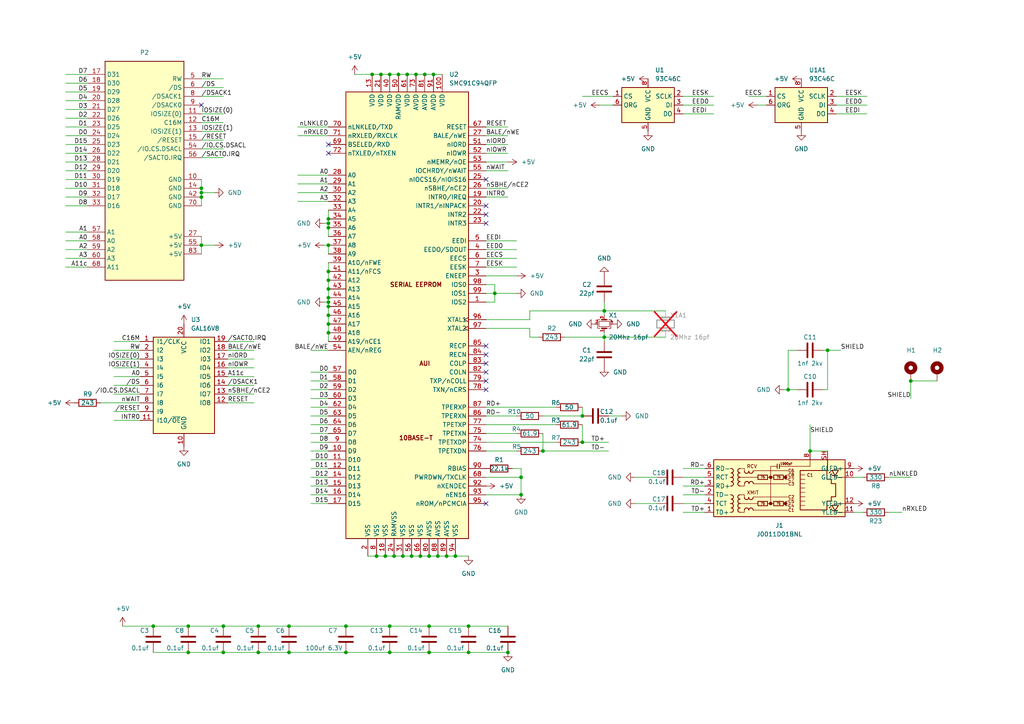
<source format=kicad_sch>
(kicad_sch (version 20231120) (generator "eeschema") (generator_version "8.0")
  (paper "A4")
  (lib_symbols
    (symbol "Device:C" (pin_numbers hide) (pin_names (offset 0.254))
      (property "Reference" "C" (at 0.635 2.54 0))
      (property "Value" "C" (at 0.635 -2.54 0))
      (symbol "C_1_1"
        (pin passive line (at 0 3.81 270) (length 2.794) (name "~") (number "1"))
        (pin passive line (at 0 -3.81 90) (length 2.794) (name "~") (number "2"))
      )
    )
    (symbol "Device:Crystal" (pin_numbers hide) (pin_names (offset 1.016) hide)
      (property "Reference" "Y" (at 0 3.81 0))
      (property "Value" "Crystal" (at 0 -3.81 0))
      (symbol "Crystal_1_1"
        (pin passive line (at -3.81 0 0) (length 1.27) (name "1") (number "1"))
        (pin passive line (at 3.81 0 180) (length 1.27) (name "2") (number "2"))
      )
    )
    (symbol "Device:Crystal_GND24_Small" (pin_names (offset 1.016) hide)
      (property "Reference" "Y" (at 1.27 4.445 0))
      (property "Value" "Crystal_GND24_Small" (at 1.27 2.54 0))
      (symbol "Crystal_GND24_Small_1_1"
        (pin passive line (at -2.54 0 0) (length 1.27) (name "1") (number "1"))
        (pin passive line (at 0 -2.54 90) (length 0.635) (name "2") (number "2"))
        (pin passive line (at 2.54 0 180) (length 1.27) (name "3") (number "3"))
        (pin passive line (at 0 2.54 270) (length 0.635) (name "4") (number "4"))
      )
    )
    (symbol "Device:R" (pin_numbers hide) (pin_names (offset 0))
      (property "Reference" "R" (at 2.032 0 90))
      (property "Value" "R" (at 0 0 90))
      (symbol "R_1_1"
        (pin passive line (at 0 3.81 270) (length 1.27) (name "~") (number "1"))
        (pin passive line (at 0 -3.81 90) (length 1.27) (name "~") (number "2"))
      )
    )
    (symbol "Logic_Programmable:GAL16V8" (pin_names (offset 1.016))
      (property "Reference" "U" (at -8.89 16.51 0))
      (property "Value" "GAL16V8" (at 1.27 16.51 0))
      (symbol "GAL16V8_0_0"
        (pin power_in line (at 0 -17.78 90) (length 3.81) (name "GND") (number "10"))
        (pin power_in line (at 0 17.78 270) (length 3.81) (name "VCC") (number "20"))
      )
      (symbol "GAL16V8_1_1"
        (pin input line (at -12.7 12.7 0) (length 3.81) (name "I1/CLK") (number "1"))
        (pin input line (at -12.7 -10.16 0) (length 3.81) (name "I10/~{OE}") (number "11"))
        (pin tri_state line (at 12.7 -5.08 180) (length 3.81) (name "IO8") (number "12"))
        (pin tri_state line (at 12.7 -2.54 180) (length 3.81) (name "IO7") (number "13"))
        (pin tri_state line (at 12.7 0 180) (length 3.81) (name "IO6") (number "14"))
        (pin tri_state line (at 12.7 2.54 180) (length 3.81) (name "IO5") (number "15"))
        (pin tri_state line (at 12.7 5.08 180) (length 3.81) (name "IO4") (number "16"))
        (pin tri_state line (at 12.7 7.62 180) (length 3.81) (name "I03") (number "17"))
        (pin tri_state line (at 12.7 10.16 180) (length 3.81) (name "IO2") (number "18"))
        (pin tri_state line (at 12.7 12.7 180) (length 3.81) (name "IO1") (number "19"))
        (pin input line (at -12.7 10.16 0) (length 3.81) (name "I2") (number "2"))
        (pin input line (at -12.7 7.62 0) (length 3.81) (name "I3") (number "3"))
        (pin input line (at -12.7 5.08 0) (length 3.81) (name "I4") (number "4"))
        (pin input line (at -12.7 2.54 0) (length 3.81) (name "I5") (number "5"))
        (pin input line (at -12.7 0 0) (length 3.81) (name "I6") (number "6"))
        (pin input line (at -12.7 -2.54 0) (length 3.81) (name "I7") (number "7"))
        (pin input line (at -12.7 -5.08 0) (length 3.81) (name "I8") (number "8"))
        (pin input line (at -12.7 -7.62 0) (length 3.81) (name "I9") (number "9"))
      )
    )
    (symbol "Mechanical:MountingHole_Pad" (pin_numbers hide) (pin_names (offset 1.016) hide)
      (property "Reference" "H" (at 0 6.35 0))
      (property "Value" "MountingHole_Pad" (at 0 4.445 0))
      (symbol "MountingHole_Pad_1_1"
        (pin input line (at 0 -2.54 90) (length 2.54) (name "1") (number "1"))
      )
    )
    (symbol "Memory_EEPROM:93CxxC"
      (property "Reference" "U" (at -7.62 6.35 0))
      (property "Value" "93CxxC" (at 2.54 -6.35 0))
      (symbol "93CxxC_1_1"
        (pin input line (at -10.16 2.54 0) (length 2.54) (name "CS") (number "1"))
        (pin input line (at 10.16 2.54 180) (length 2.54) (name "SCLK") (number "2"))
        (pin input line (at 10.16 0 180) (length 2.54) (name "DI") (number "3"))
        (pin tri_state line (at 10.16 -2.54 180) (length 2.54) (name "DO") (number "4"))
        (pin power_in line (at 0 -7.62 90) (length 2.54) (name "GND") (number "5"))
        (pin input line (at -10.16 0 0) (length 2.54) (name "ORG") (number "6"))
        (pin no_connect line (at -7.62 -2.54 0) (length 2.54) hide (name "NC") (number "7"))
        (pin power_in line (at 0 7.62 270) (length 2.54) (name "VCC") (number "8"))
      )
    )
    (symbol "alxlab:Farallon_EtherMac_LC_Comm_Card_BUS_Apple_Macintosh_Comm_Slot_I"
      (symbol "Farallon_EtherMac_LC_Comm_Card_BUS_Apple_Macintosh_Comm_Slot_I_1_1"
        (pin power_out line (at 16.51 -2.54 180) (length 5.08) (name "GND") (number "10"))
        (pin bidirectional line (at 16.51 16.51 180) (length 5.08) (name "IOSIZE(0)") (number "11"))
        (pin bidirectional line (at 16.51 13.97 180) (length 5.08) (name "C16M") (number "12"))
        (pin bidirectional line (at 16.51 11.43 180) (length 5.08) (name "IOSIZE(1)") (number "13"))
        (pin power_out line (at 16.51 -5.08 180) (length 5.08) (name "GND") (number "14"))
        (pin bidirectional line (at 16.51 8.89 180) (length 5.08) (name "/RESET") (number "15"))
        (pin bidirectional line (at -16.51 27.94 0) (length 5.08) (name "D31") (number "17"))
        (pin bidirectional line (at -16.51 25.4 0) (length 5.08) (name "D30") (number "18"))
        (pin bidirectional line (at -16.51 22.86 0) (length 5.08) (name "D29") (number "19"))
        (pin bidirectional line (at -16.51 20.32 0) (length 5.08) (name "D28") (number "20"))
        (pin bidirectional line (at -16.51 17.78 0) (length 5.08) (name "D27") (number "21"))
        (pin bidirectional line (at -16.51 15.24 0) (length 5.08) (name "D26") (number "22"))
        (pin bidirectional line (at -16.51 12.7 0) (length 5.08) (name "D25") (number "23"))
        (pin bidirectional line (at -16.51 10.16 0) (length 5.08) (name "D24") (number "24"))
        (pin bidirectional line (at -16.51 7.62 0) (length 5.08) (name "D23") (number "25"))
        (pin bidirectional line (at -16.51 5.08 0) (length 5.08) (name "D22") (number "26"))
        (pin power_in line (at 16.51 -19.05 180) (length 5.08) (name "+5V") (number "27"))
        (pin bidirectional line (at -16.51 2.54 0) (length 5.08) (name "D21") (number "28"))
        (pin bidirectional line (at -16.51 0 0) (length 5.08) (name "D20") (number "29"))
        (pin bidirectional line (at -16.51 -2.54 0) (length 5.08) (name "D19") (number "30"))
        (pin bidirectional line (at -16.51 -5.08 0) (length 5.08) (name "D18") (number "31"))
        (pin bidirectional line (at -16.51 -7.62 0) (length 5.08) (name "D17") (number "32"))
        (pin bidirectional line (at -16.51 -10.16 0) (length 5.08) (name "D16") (number "33"))
        (pin power_out line (at 16.51 -7.62 180) (length 5.08) (name "GND") (number "42"))
        (pin bidirectional line (at 16.51 26.67 180) (length 5.08) (name "RW") (number "5"))
        (pin bidirectional line (at 16.51 6.35 180) (length 5.08) (name "/IO.CS.DSACL") (number "54"))
        (pin power_out line (at 16.51 -21.59 180) (length 5.08) (name "+5V") (number "55"))
        (pin bidirectional line (at 16.51 3.81 180) (length 5.08) (name "/SACTO.IRQ") (number "56"))
        (pin bidirectional line (at -16.51 -17.78 0) (length 5.08) (name "A1") (number "57"))
        (pin bidirectional line (at -16.51 -20.32 0) (length 5.08) (name "A0") (number "58"))
        (pin bidirectional line (at -16.51 -22.86 0) (length 5.08) (name "A2") (number "59"))
        (pin bidirectional line (at 16.51 24.13 180) (length 5.08) (name "/DS") (number "6"))
        (pin bidirectional line (at -16.51 -25.4 0) (length 5.08) (name "A3") (number "60"))
        (pin bidirectional line (at -16.51 -27.94 0) (length 5.08) (name "A11") (number "68"))
        (pin power_out line (at 16.51 -10.16 180) (length 5.08) (name "GND") (number "70"))
        (pin bidirectional line (at 16.51 21.59 180) (length 5.08) (name "/DSACK1") (number "8"))
        (pin power_out line (at 16.51 -24.13 180) (length 5.08) (name "+5V") (number "83"))
        (pin bidirectional line (at 16.51 19.05 180) (length 5.08) (name "/DSACK0") (number "9"))
      )
    )
    (symbol "alxlab:RJ45_Pulse_J0011D21xNL"
      (property "Reference" "J1" (at 0 10.16 0))
      (property "Value" "J0011D01BNL" (at 0 12.7 0))
      (symbol "RJ45_Pulse_J0011D21xNL_0_0"
        (text "C1" (at 3.429 5.715 0) (effects (font (size 0.889 0.889))))
        (text "C1" (at 8.89 -4.445 0) (effects (font (size 0.889 0.889))))
        (text "C2" (at 3.429 1.905 0) (effects (font (size 0.889 0.889))))
        (text "C3" (at 3.429 -1.905 0) (effects (font (size 0.889 0.889))))
        (text "C4" (at 3.429 4.445 0) (effects (font (size 0.889 0.889))))
        (text "C5" (at 3.429 3.175 0) (effects (font (size 0.889 0.889))))
        (text "C6" (at 3.429 -5.715 0) (effects (font (size 0.889 0.889))))
        (text "C7" (at 3.429 -3.175 0) (effects (font (size 0.889 0.889))))
        (text "C8" (at 3.429 -4.445 0) (effects (font (size 0.889 0.889))))
        (text "RCV" (at -9.525 -6.985 0) (effects (font (size 1.016 1.016)) (justify left)))
        (text "XMIT" (at -9.525 0.635 0) (effects (font (size 1.016 1.016)) (justify left)))
      )
      (symbol "RJ45_Pulse_J0011D21xNL_1_0"
        (text "1000pF" (at 2.032 -7.747 0) (effects (font (size 0.635 0.635))))
      )
      (symbol "RJ45_Pulse_J0011D21xNL_1_1"
        (text "75" (at -4.826 -3.81 0) (effects (font (size 0.635 0.635))))
        (text "75" (at -4.826 3.81 0) (effects (font (size 0.635 0.635))))
        (text "75" (at -0.254 -3.81 0) (effects (font (size 0.635 0.635))))
        (text "75" (at -0.254 3.81 0) (effects (font (size 0.635 0.635))))
        (pin passive line (at -21.59 6.35 0) (length 2.54) (name "TD+") (number "1"))
        (pin passive line (at 21.59 -3.81 180) (length 2.54) (name "GLED-") (number "10"))
        (pin passive line (at 21.59 6.35 180) (length 2.54) (name "YLED-") (number "11"))
        (pin passive line (at 21.59 3.81 180) (length 2.54) (name "YLED+") (number "12"))
        (pin passive line (at -21.59 1.27 0) (length 2.54) (name "TD-") (number "2"))
        (pin passive line (at -21.59 -1.27 0) (length 2.54) (name "RD+") (number "3"))
        (pin passive line (at -21.59 3.81 0) (length 2.54) (name "TCT") (number "4"))
        (pin passive line (at -21.59 -3.81 0) (length 2.54) (name "RCT") (number "5"))
        (pin passive line (at -21.59 -6.35 0) (length 2.54) (name "RD-") (number "6"))
        (pin no_connect line (at 19.05 -1.27 0) (length 0) hide (name "NC") (number "7"))
        (pin power_in line (at 8.89 -11.43 90) (length 2.54) (name "") (number "8"))
        (pin passive line (at 21.59 -6.35 180) (length 2.54) (name "GLED+") (number "9"))
        (pin passive line (at 13.97 -11.43 90) (length 2.54) (name "") (number "SH"))
      )
    )
    (symbol "alxlab:SMC91C94QFP"
      (property "Reference" "U" (at -17.78 64.77 0))
      (property "Value" "SMC91C94QFP" (at 12.7 64.77 0))
      (symbol "SMC91C94QFP_0_0"
        (text "10BASE-T" (at 2.54 -36.83 0) (effects (font (size 1.27 1.27) (bold yes))))
        (text "AUI" (at 5.08 -15.24 0) (effects (font (size 1.27 1.27) (bold yes))))
        (text "SERIAL EEPROM" (at 2.54 7.62 0) (effects (font (size 1.27 1.27) (bold yes))))
      )
      (symbol "SMC91C94QFP_1_1"
        (pin input line (at 22.86 2.54 180) (length 5.08) (name "IOS2") (number "1"))
        (pin bidirectional line (at -22.86 -40.64 0) (length 5.08) (name "D9") (number "10"))
        (pin power_in line (at 10.16 68.58 270) (length 5.08) (name "VDD") (number "100"))
        (pin bidirectional line (at -22.86 -43.18 0) (length 5.08) (name "D10") (number "11"))
        (pin bidirectional line (at -22.86 -45.72 0) (length 5.08) (name "D11") (number "12"))
        (pin power_in line (at -10.16 68.58 270) (length 5.08) (name "VDD") (number "13"))
        (pin bidirectional line (at -22.86 -48.26 0) (length 5.08) (name "D12") (number "14"))
        (pin bidirectional line (at -22.86 -50.8 0) (length 5.08) (name "D13") (number "15"))
        (pin bidirectional line (at -22.86 -53.34 0) (length 5.08) (name "D14") (number "16"))
        (pin bidirectional line (at -22.86 -55.88 0) (length 5.08) (name "D15") (number "17"))
        (pin power_in line (at -6.35 -71.12 90) (length 5.08) (name "VSS") (number "18"))
        (pin output line (at 22.86 33.02 180) (length 5.08) (name "INTR0/IREQ") (number "19"))
        (pin power_in line (at -11.43 -71.12 90) (length 5.08) (name "VSS") (number "2"))
        (pin output line (at 22.86 30.48 180) (length 5.08) (name "INTR1/nINPACK") (number "20"))
        (pin power_in line (at -7.62 68.58 270) (length 5.08) (name "VDD") (number "21"))
        (pin output line (at 22.86 27.94 180) (length 5.08) (name "INTR2") (number "22"))
        (pin output line (at 22.86 25.4 180) (length 5.08) (name "INTR3") (number "23"))
        (pin power_in line (at -3.81 -71.12 90) (length 5.08) (name "RAMVSS") (number "24"))
        (pin output line (at 22.86 38.1 180) (length 5.08) (name "nIOCS16/nIOIS16") (number "25"))
        (pin input line (at 22.86 35.56 180) (length 5.08) (name "nSBHE/nCE2") (number "26"))
        (pin input line (at 22.86 50.8 180) (length 5.08) (name "BALE/nWE") (number "27"))
        (pin input line (at -22.86 39.37 0) (length 5.08) (name "A0") (number "28"))
        (pin input line (at -22.86 36.83 0) (length 5.08) (name "A1") (number "29"))
        (pin input line (at 22.86 10.16 180) (length 5.08) (name "ENEEP") (number "3"))
        (pin input line (at -22.86 34.29 0) (length 5.08) (name "A2") (number "30"))
        (pin power_in line (at -1.27 -71.12 90) (length 5.08) (name "VSS") (number "31"))
        (pin input line (at -22.86 31.75 0) (length 5.08) (name "A3") (number "32"))
        (pin input line (at -22.86 29.21 0) (length 5.08) (name "A4") (number "33"))
        (pin input line (at -22.86 26.67 0) (length 5.08) (name "A5") (number "34"))
        (pin input line (at -22.86 24.13 0) (length 5.08) (name "A6") (number "35"))
        (pin input line (at -22.86 21.59 0) (length 5.08) (name "A7") (number "36"))
        (pin input line (at -22.86 19.05 0) (length 5.08) (name "A8") (number "37"))
        (pin input line (at -22.86 16.51 0) (length 5.08) (name "A9") (number "38"))
        (pin bidirectional line (at -22.86 13.97 0) (length 5.08) (name "A10/nFWE") (number "39"))
        (pin output line (at 22.86 17.78 180) (length 5.08) (name "EEDO/SDOUT") (number "4"))
        (pin power_in line (at -5.08 68.58 270) (length 5.08) (name "VDD") (number "40"))
        (pin bidirectional line (at -22.86 11.43 0) (length 5.08) (name "A11/nFCS") (number "41"))
        (pin input line (at -22.86 8.89 0) (length 5.08) (name "A12") (number "42"))
        (pin input line (at -22.86 6.35 0) (length 5.08) (name "A13") (number "43"))
        (pin input line (at -22.86 3.81 0) (length 5.08) (name "A14") (number "44"))
        (pin input line (at -22.86 1.27 0) (length 5.08) (name "A15") (number "45"))
        (pin input line (at -22.86 -1.27 0) (length 5.08) (name "A16") (number "46"))
        (pin input line (at -22.86 -3.81 0) (length 5.08) (name "A17") (number "47"))
        (pin input line (at -22.86 -6.35 0) (length 5.08) (name "A18") (number "48"))
        (pin input line (at -22.86 -8.89 0) (length 5.08) (name "A19/nCE1") (number "49"))
        (pin input line (at 22.86 20.32 180) (length 5.08) (name "EEDI") (number "5"))
        (pin power_in line (at -2.54 68.58 270) (length 5.08) (name "RAMVDD") (number "50"))
        (pin input line (at 22.86 48.26 180) (length 5.08) (name "nIORD") (number "51"))
        (pin input line (at 22.86 45.72 180) (length 5.08) (name "nIOWR") (number "52"))
        (pin input line (at 22.86 43.18 180) (length 5.08) (name "nMEMR/nOE") (number "53"))
        (pin input line (at -22.86 -11.43 0) (length 5.08) (name "AEN/nREG") (number "54"))
        (pin output line (at 22.86 40.64 180) (length 5.08) (name "IOCHRDY/nWAIT") (number "55"))
        (pin power_in line (at 1.27 -71.12 90) (length 5.08) (name "VSS") (number "56"))
        (pin bidirectional line (at -22.86 -17.78 0) (length 5.08) (name "D0") (number "57"))
        (pin bidirectional line (at -22.86 -20.32 0) (length 5.08) (name "D1") (number "58"))
        (pin bidirectional line (at -22.86 -22.86 0) (length 5.08) (name "D2") (number "59"))
        (pin output line (at 22.86 15.24 180) (length 5.08) (name "EECS") (number "6"))
        (pin bidirectional line (at -22.86 -25.4 0) (length 5.08) (name "D3") (number "60"))
        (pin power_in line (at 0 68.58 270) (length 5.08) (name "VDD") (number "61"))
        (pin bidirectional line (at -22.86 -27.94 0) (length 5.08) (name "D4") (number "62"))
        (pin bidirectional line (at -22.86 -30.48 0) (length 5.08) (name "D5") (number "63"))
        (pin bidirectional line (at -22.86 -33.02 0) (length 5.08) (name "D6") (number "64"))
        (pin bidirectional line (at -22.86 -35.56 0) (length 5.08) (name "D7") (number "65"))
        (pin power_in line (at 3.81 -71.12 90) (length 5.08) (name "VSS") (number "66"))
        (pin input line (at 22.86 53.34 180) (length 5.08) (name "RESET") (number "67"))
        (pin input line (at 22.86 -48.26 180) (length 5.08) (name "PWRDWN/TXCLK") (number "68"))
        (pin bidirectional line (at -22.86 48.26 0) (length 5.08) (name "BSELED/RXD") (number "69"))
        (pin output line (at 22.86 12.7 180) (length 5.08) (name "EESK") (number "7"))
        (pin output line (at -22.86 53.34 0) (length 5.08) (name "nLNKLED/TXD") (number "70"))
        (pin bidirectional line (at -22.86 50.8 0) (length 5.08) (name "nRXLED/RXCLK") (number "71"))
        (pin output line (at -22.86 45.72 0) (length 5.08) (name "nTXLED/nTXEN") (number "72"))
        (pin power_in line (at 2.54 68.58 270) (length 5.08) (name "AVDD") (number "73"))
        (pin output line (at 22.86 -38.1 180) (length 5.08) (name "TPETXDP") (number "74"))
        (pin output line (at 22.86 -35.56 180) (length 5.08) (name "TPETXN") (number "75"))
        (pin output line (at 22.86 -40.64 180) (length 5.08) (name "TPETXDN") (number "76"))
        (pin output line (at 22.86 -33.02 180) (length 5.08) (name "TPETXP") (number "77"))
        (pin bidirectional line (at 22.86 -22.86 180) (length 5.08) (name "TXN/nCRS") (number "78"))
        (pin bidirectional line (at 22.86 -20.32 180) (length 5.08) (name "TXP/nCOLL") (number "79"))
        (pin power_in line (at -8.89 -71.12 90) (length 5.08) (name "VSS") (number "8"))
        (pin power_in line (at 6.35 -71.12 90) (length 5.08) (name "AVSS") (number "80"))
        (pin power_in line (at 5.08 68.58 270) (length 5.08) (name "AVDD") (number "81"))
        (pin input line (at 22.86 -17.78 180) (length 5.08) (name "COLN") (number "82"))
        (pin input line (at 22.86 -15.24 180) (length 5.08) (name "COLP") (number "83"))
        (pin input line (at 22.86 -12.7 180) (length 5.08) (name "RECN") (number "84"))
        (pin input line (at 22.86 -10.16 180) (length 5.08) (name "RECP") (number "85"))
        (pin input line (at 22.86 -30.48 180) (length 5.08) (name "TPERXN") (number "86"))
        (pin input line (at 22.86 -27.94 180) (length 5.08) (name "TPERXP") (number "87"))
        (pin bidirectional line (at 8.89 -71.12 90) (length 5.08) (name "AVSS") (number "88"))
        (pin power_in line (at 11.43 -71.12 90) (length 5.08) (name "AVSS") (number "89"))
        (pin bidirectional line (at -22.86 -38.1 0) (length 5.08) (name "D8") (number "9"))
        (pin power_in line (at 22.86 -45.72 180) (length 5.08) (name "RBIAS") (number "90"))
        (pin power_in line (at 7.62 68.58 270) (length 5.08) (name "AVDD") (number "91"))
        (pin input line (at 22.86 -50.8 180) (length 5.08) (name "nXENDEC") (number "92"))
        (pin input line (at 22.86 -53.34 180) (length 5.08) (name "nEN16") (number "93"))
        (pin power_in line (at 13.97 -71.12 90) (length 5.08) (name "VSS") (number "94"))
        (pin bidirectional line (at 22.86 -55.88 180) (length 5.08) (name "nROM/nPCMCIA") (number "95"))
        (pin input clock (at 22.86 -2.54 180) (length 5.08) (name "XTAL1") (number "96"))
        (pin input clock (at 22.86 -5.08 180) (length 5.08) (name "XTAL2") (number "97"))
        (pin input line (at 22.86 7.62 180) (length 5.08) (name "IOS0") (number "98"))
        (pin input line (at 22.86 5.08 180) (length 5.08) (name "IOS1") (number "99"))
      )
    )
    (symbol "power:+5V" (power) (pin_names (offset 0))
      (property "Value" "+5V" (at 0 3.556 0))
      (symbol "+5V_1_1"
        (pin power_in line (at 0 0 90) (length 0) hide (name "+5V") (number "1"))
      )
    )
    (symbol "power:GND" (power) (pin_names (offset 0))
      (property "Value" "GND" (at 0 -3.81 0))
      (symbol "GND_1_1"
        (pin power_in line (at 0 0 270) (length 0) hide (name "GND") (number "1"))
      )
    )
  )
  (junction (at 132.08 161.29))
  (junction (at 95.25 71.12))
  (junction (at 157.48 130.81))
  (junction (at 95.25 78.74))
  (junction (at 129.54 161.29))
  (junction (at 135.89 181.61))
  (junction (at 95.25 66.04))
  (junction (at 95.25 86.36))
  (junction (at 111.76 161.29))
  (junction (at 107.95 21.59))
  (junction (at 44.45 181.61))
  (junction (at 54.61 189.23))
  (junction (at 127 161.29))
  (junction (at 124.46 189.23))
  (junction (at 115.57 21.59))
  (junction (at 264.16 110.49))
  (junction (at 135.89 189.23))
  (junction (at 116.84 161.29))
  (junction (at 175.26 97.79))
  (junction (at 83.82 181.61))
  (junction (at 95.25 64.77))
  (junction (at 168.91 120.65))
  (junction (at 118.11 21.59))
  (junction (at 109.22 161.29))
  (junction (at 240.03 101.6))
  (junction (at 58.42 55.88))
  (junction (at 175.26 90.17))
  (junction (at 114.3 161.29))
  (junction (at 95.25 96.52))
  (junction (at 95.25 87.63))
  (junction (at 58.42 57.15))
  (junction (at 110.49 21.59))
  (junction (at 100.33 181.61))
  (junction (at 234.95 130.81))
  (junction (at 58.42 54.61))
  (junction (at 64.77 189.23))
  (junction (at 151.13 138.43))
  (junction (at 124.46 181.61))
  (junction (at 95.25 91.44))
  (junction (at 125.73 21.59))
  (junction (at 120.65 21.59))
  (junction (at 95.25 83.82))
  (junction (at 95.25 81.28))
  (junction (at 143.51 85.09))
  (junction (at 95.25 93.98))
  (junction (at 64.77 181.61))
  (junction (at 113.03 21.59))
  (junction (at 83.82 189.23))
  (junction (at 100.33 189.23))
  (junction (at 95.25 63.5))
  (junction (at 74.93 189.23))
  (junction (at 95.25 88.9))
  (junction (at 54.61 181.61))
  (junction (at 74.93 181.61))
  (junction (at 119.38 161.29))
  (junction (at 123.19 21.59))
  (junction (at 124.46 161.29))
  (junction (at 151.13 143.51))
  (junction (at 228.6 113.03))
  (junction (at 113.03 181.61))
  (junction (at 113.03 189.23))
  (junction (at 121.92 161.29))
  (junction (at 58.42 71.12))
  (junction (at 147.32 189.23))
  (junction (at 168.91 128.27))
  (no_connect (at 140.97 100.33))
  (no_connect (at 140.97 110.49))
  (no_connect (at 140.97 102.87))
  (no_connect (at 140.97 59.69))
  (no_connect (at 140.97 113.03))
  (no_connect (at 140.97 105.41))
  (no_connect (at 58.42 30.48))
  (no_connect (at 95.25 41.91))
  (no_connect (at 140.97 64.77))
  (no_connect (at 140.97 107.95))
  (no_connect (at 140.97 146.05))
  (no_connect (at 95.25 44.45))
  (no_connect (at 140.97 62.23))
  (no_connect (at 140.97 52.07))
  (wire (pts (xy 115.57 21.59) (xy 118.11 21.59)))
  (wire (pts (xy 143.51 85.09) (xy 140.97 85.09)))
  (wire (pts (xy 156.21 97.79) (xy 153.67 97.79)))
  (wire (pts (xy 19.05 36.83) (xy 25.4 36.83)))
  (wire (pts (xy 153.67 97.79) (xy 153.67 95.25)))
  (wire (pts (xy 40.64 116.84) (xy 29.21 116.84)))
  (wire (pts (xy 86.36 55.88) (xy 95.25 55.88)))
  (wire (pts (xy 95.25 87.63) (xy 95.25 88.9)))
  (wire (pts (xy 100.33 181.61) (xy 113.03 181.61)))
  (wire (pts (xy 198.12 33.02) (xy 207.01 33.02)))
  (wire (pts (xy 153.67 92.71) (xy 140.97 92.71)))
  (wire (pts (xy 198.12 30.48) (xy 207.01 30.48)))
  (wire (pts (xy 95.25 66.04) (xy 95.25 68.58)))
  (wire (pts (xy 44.45 181.61) (xy 54.61 181.61)))
  (wire (pts (xy 95.25 86.36) (xy 95.25 87.63)))
  (wire (pts (xy 140.97 87.63) (xy 143.51 87.63)))
  (wire (pts (xy 86.36 53.34) (xy 95.25 53.34)))
  (wire (pts (xy 90.17 133.35) (xy 95.25 133.35)))
  (wire (pts (xy 124.46 161.29) (xy 127 161.29)))
  (wire (pts (xy 58.42 55.88) (xy 62.23 55.88)))
  (wire (pts (xy 95.25 73.66) (xy 95.25 71.12)))
  (wire (pts (xy 198.12 143.51) (xy 204.47 143.51)))
  (wire (pts (xy 19.05 69.85) (xy 25.4 69.85)))
  (wire (pts (xy 157.48 125.73) (xy 157.48 130.81)))
  (wire (pts (xy 35.56 181.61) (xy 44.45 181.61)))
  (wire (pts (xy 90.17 138.43) (xy 95.25 138.43)))
  (wire (pts (xy 58.42 33.02) (xy 64.77 33.02)))
  (wire (pts (xy 95.25 88.9) (xy 95.25 91.44)))
  (wire (pts (xy 33.02 101.6) (xy 40.64 101.6)))
  (wire (pts (xy 66.04 114.3) (xy 73.66 114.3)))
  (wire (pts (xy 153.67 95.25) (xy 140.97 95.25)))
  (wire (pts (xy 113.03 181.61) (xy 124.46 181.61)))
  (wire (pts (xy 114.3 161.29) (xy 116.84 161.29)))
  (wire (pts (xy 66.04 106.68) (xy 73.66 106.68)))
  (wire (pts (xy 66.04 109.22) (xy 73.66 109.22)))
  (wire (pts (xy 58.42 71.12) (xy 62.23 71.12)))
  (wire (pts (xy 140.97 123.19) (xy 161.29 123.19)))
  (wire (pts (xy 113.03 21.59) (xy 115.57 21.59)))
  (wire (pts (xy 86.36 39.37) (xy 95.25 39.37)))
  (wire (pts (xy 64.77 27.94) (xy 58.42 27.94)))
  (wire (pts (xy 111.76 161.29) (xy 114.3 161.29)))
  (wire (pts (xy 33.02 106.68) (xy 40.64 106.68)))
  (wire (pts (xy 132.08 161.29) (xy 135.89 161.29)))
  (wire (pts (xy 140.97 82.55) (xy 143.51 82.55)))
  (wire (pts (xy 175.26 97.79) (xy 193.04 97.79)))
  (wire (pts (xy 140.97 77.47) (xy 149.86 77.47)))
  (wire (pts (xy 140.97 80.01) (xy 149.86 80.01)))
  (wire (pts (xy 140.97 36.83) (xy 147.32 36.83)))
  (wire (pts (xy 58.42 54.61) (xy 58.42 55.88)))
  (wire (pts (xy 19.05 67.31) (xy 25.4 67.31)))
  (wire (pts (xy 58.42 22.86) (xy 64.77 22.86)))
  (wire (pts (xy 163.83 97.79) (xy 175.26 97.79)))
  (wire (pts (xy 86.36 36.83) (xy 95.25 36.83)))
  (wire (pts (xy 257.81 138.43) (xy 264.16 138.43)))
  (wire (pts (xy 168.91 120.65) (xy 168.91 118.11)))
  (wire (pts (xy 33.02 119.38) (xy 40.64 119.38)))
  (wire (pts (xy 58.42 57.15) (xy 58.42 59.69)))
  (wire (pts (xy 140.97 72.39) (xy 149.86 72.39)))
  (wire (pts (xy 140.97 143.51) (xy 151.13 143.51)))
  (wire (pts (xy 107.95 21.59) (xy 110.49 21.59)))
  (wire (pts (xy 124.46 181.61) (xy 135.89 181.61)))
  (wire (pts (xy 44.45 189.23) (xy 54.61 189.23)))
  (wire (pts (xy 19.05 39.37) (xy 25.4 39.37)))
  (wire (pts (xy 33.02 111.76) (xy 40.64 111.76)))
  (wire (pts (xy 106.68 161.29) (xy 109.22 161.29)))
  (wire (pts (xy 58.42 52.07) (xy 58.42 54.61)))
  (wire (pts (xy 173.99 30.48) (xy 177.8 30.48)))
  (wire (pts (xy 90.17 146.05) (xy 95.25 146.05)))
  (wire (pts (xy 143.51 87.63) (xy 143.51 85.09)))
  (wire (pts (xy 190.5 138.43) (xy 184.15 138.43)))
  (wire (pts (xy 33.02 99.06) (xy 40.64 99.06)))
  (wire (pts (xy 19.05 21.59) (xy 25.4 21.59)))
  (wire (pts (xy 228.6 113.03) (xy 231.14 113.03)))
  (wire (pts (xy 58.42 45.72) (xy 64.77 45.72)))
  (wire (pts (xy 19.05 74.93) (xy 25.4 74.93)))
  (wire (pts (xy 140.97 138.43) (xy 151.13 138.43)))
  (wire (pts (xy 175.26 96.52) (xy 175.26 97.79)))
  (wire (pts (xy 90.17 130.81) (xy 95.25 130.81)))
  (wire (pts (xy 90.17 115.57) (xy 95.25 115.57)))
  (wire (pts (xy 90.17 101.6) (xy 95.25 101.6)))
  (wire (pts (xy 33.02 104.14) (xy 40.64 104.14)))
  (wire (pts (xy 219.71 30.48) (xy 222.25 30.48)))
  (wire (pts (xy 66.04 101.6) (xy 73.66 101.6)))
  (wire (pts (xy 140.97 54.61) (xy 147.32 54.61)))
  (wire (pts (xy 90.17 120.65) (xy 95.25 120.65)))
  (wire (pts (xy 140.97 39.37) (xy 147.32 39.37)))
  (wire (pts (xy 140.97 57.15) (xy 147.32 57.15)))
  (wire (pts (xy 240.03 101.6) (xy 238.76 101.6)))
  (wire (pts (xy 140.97 118.11) (xy 161.29 118.11)))
  (wire (pts (xy 95.25 63.5) (xy 95.25 64.77)))
  (wire (pts (xy 58.42 25.4) (xy 64.77 25.4)))
  (wire (pts (xy 102.87 21.59) (xy 107.95 21.59)))
  (wire (pts (xy 95.25 76.2) (xy 95.25 78.74)))
  (wire (pts (xy 240.03 101.6) (xy 243.84 101.6)))
  (wire (pts (xy 135.89 189.23) (xy 147.32 189.23)))
  (wire (pts (xy 264.16 110.49) (xy 264.16 115.57)))
  (wire (pts (xy 264.16 110.49) (xy 271.78 110.49)))
  (wire (pts (xy 118.11 21.59) (xy 120.65 21.59)))
  (wire (pts (xy 157.48 120.65) (xy 168.91 120.65)))
  (wire (pts (xy 95.25 83.82) (xy 95.25 86.36)))
  (wire (pts (xy 261.62 148.59) (xy 257.81 148.59)))
  (wire (pts (xy 140.97 69.85) (xy 149.86 69.85)))
  (wire (pts (xy 140.97 128.27) (xy 161.29 128.27)))
  (wire (pts (xy 242.57 27.94) (xy 251.46 27.94)))
  (wire (pts (xy 168.91 27.94) (xy 177.8 27.94)))
  (wire (pts (xy 33.02 114.3) (xy 40.64 114.3)))
  (wire (pts (xy 33.02 109.22) (xy 40.64 109.22)))
  (wire (pts (xy 58.42 38.1) (xy 64.77 38.1)))
  (wire (pts (xy 19.05 57.15) (xy 25.4 57.15)))
  (wire (pts (xy 240.03 113.03) (xy 238.76 113.03)))
  (wire (pts (xy 54.61 189.23) (xy 64.77 189.23)))
  (wire (pts (xy 74.93 189.23) (xy 83.82 189.23)))
  (wire (pts (xy 140.97 49.53) (xy 147.32 49.53)))
  (wire (pts (xy 124.46 189.23) (xy 135.89 189.23)))
  (wire (pts (xy 135.89 181.61) (xy 147.32 181.61)))
  (wire (pts (xy 90.17 107.95) (xy 95.25 107.95)))
  (wire (pts (xy 227.33 113.03) (xy 228.6 113.03)))
  (wire (pts (xy 198.12 27.94) (xy 207.01 27.94)))
  (wire (pts (xy 120.65 21.59) (xy 123.19 21.59)))
  (wire (pts (xy 190.5 146.05) (xy 184.15 146.05)))
  (wire (pts (xy 19.05 31.75) (xy 25.4 31.75)))
  (wire (pts (xy 90.17 123.19) (xy 95.25 123.19)))
  (wire (pts (xy 19.05 26.67) (xy 25.4 26.67)))
  (wire (pts (xy 157.48 130.81) (xy 176.53 130.81)))
  (wire (pts (xy 198.12 146.05) (xy 204.47 146.05)))
  (wire (pts (xy 95.25 81.28) (xy 95.25 83.82)))
  (wire (pts (xy 86.36 58.42) (xy 95.25 58.42)))
  (wire (pts (xy 127 161.29) (xy 129.54 161.29)))
  (wire (pts (xy 175.26 87.63) (xy 175.26 90.17)))
  (wire (pts (xy 19.05 72.39) (xy 25.4 72.39)))
  (wire (pts (xy 153.67 92.71) (xy 153.67 90.17)))
  (wire (pts (xy 64.77 189.23) (xy 74.93 189.23)))
  (wire (pts (xy 19.05 54.61) (xy 25.4 54.61)))
  (wire (pts (xy 153.67 90.17) (xy 175.26 90.17)))
  (wire (pts (xy 240.03 113.03) (xy 240.03 101.6)))
  (wire (pts (xy 58.42 71.12) (xy 58.42 73.66)))
  (wire (pts (xy 95.25 96.52) (xy 95.25 99.06)))
  (wire (pts (xy 250.19 148.59) (xy 247.65 148.59)))
  (wire (pts (xy 19.05 59.69) (xy 25.4 59.69)))
  (wire (pts (xy 123.19 21.59) (xy 125.73 21.59)))
  (wire (pts (xy 121.92 161.29) (xy 124.46 161.29)))
  (wire (pts (xy 228.6 113.03) (xy 228.6 101.6)))
  (wire (pts (xy 90.17 135.89) (xy 95.25 135.89)))
  (wire (pts (xy 168.91 123.19) (xy 168.91 128.27)))
  (wire (pts (xy 175.26 90.17) (xy 193.04 90.17)))
  (wire (pts (xy 110.49 21.59) (xy 113.03 21.59)))
  (wire (pts (xy 140.97 74.93) (xy 149.86 74.93)))
  (wire (pts (xy 100.33 189.23) (xy 113.03 189.23)))
  (wire (pts (xy 143.51 82.55) (xy 143.51 85.09)))
  (wire (pts (xy 234.95 123.19) (xy 234.95 130.81)))
  (wire (pts (xy 19.05 44.45) (xy 25.4 44.45)))
  (wire (pts (xy 95.25 64.77) (xy 95.25 66.04)))
  (wire (pts (xy 168.91 128.27) (xy 176.53 128.27)))
  (wire (pts (xy 19.05 46.99) (xy 25.4 46.99)))
  (wire (pts (xy 58.42 68.58) (xy 58.42 71.12)))
  (wire (pts (xy 19.05 29.21) (xy 25.4 29.21)))
  (wire (pts (xy 19.05 24.13) (xy 25.4 24.13)))
  (wire (pts (xy 242.57 33.02) (xy 251.46 33.02)))
  (wire (pts (xy 19.05 49.53) (xy 25.4 49.53)))
  (wire (pts (xy 93.98 87.63) (xy 95.25 87.63)))
  (wire (pts (xy 83.82 189.23) (xy 100.33 189.23)))
  (wire (pts (xy 119.38 161.29) (xy 121.92 161.29)))
  (wire (pts (xy 247.65 138.43) (xy 250.19 138.43)))
  (wire (pts (xy 19.05 34.29) (xy 25.4 34.29)))
  (wire (pts (xy 151.13 135.89) (xy 148.59 135.89)))
  (wire (pts (xy 217.17 27.94) (xy 222.25 27.94)))
  (wire (pts (xy 95.25 78.74) (xy 95.25 81.28)))
  (wire (pts (xy 90.17 110.49) (xy 95.25 110.49)))
  (wire (pts (xy 175.26 90.17) (xy 175.26 91.44)))
  (wire (pts (xy 95.25 91.44) (xy 95.25 93.98)))
  (wire (pts (xy 140.97 44.45) (xy 147.32 44.45)))
  (wire (pts (xy 198.12 135.89) (xy 204.47 135.89)))
  (wire (pts (xy 151.13 135.89) (xy 151.13 138.43)))
  (wire (pts (xy 198.12 148.59) (xy 204.47 148.59)))
  (wire (pts (xy 140.97 125.73) (xy 149.86 125.73)))
  (wire (pts (xy 140.97 130.81) (xy 149.86 130.81)))
  (wire (pts (xy 58.42 43.18) (xy 64.77 43.18)))
  (wire (pts (xy 116.84 161.29) (xy 119.38 161.29)))
  (wire (pts (xy 143.51 85.09) (xy 149.86 85.09)))
  (wire (pts (xy 58.42 40.64) (xy 64.77 40.64)))
  (wire (pts (xy 74.93 181.61) (xy 83.82 181.61)))
  (wire (pts (xy 228.6 101.6) (xy 231.14 101.6)))
  (wire (pts (xy 95.25 93.98) (xy 95.25 96.52)))
  (wire (pts (xy 66.04 116.84) (xy 73.66 116.84)))
  (wire (pts (xy 147.32 46.99) (xy 140.97 46.99)))
  (wire (pts (xy 240.03 130.81) (xy 234.95 130.81)))
  (wire (pts (xy 90.17 125.73) (xy 95.25 125.73)))
  (wire (pts (xy 151.13 138.43) (xy 151.13 143.51)))
  (wire (pts (xy 198.12 140.97) (xy 204.47 140.97)))
  (wire (pts (xy 175.26 97.79) (xy 175.26 99.06)))
  (wire (pts (xy 66.04 111.76) (xy 73.66 111.76)))
  (wire (pts (xy 125.73 21.59) (xy 128.27 21.59)))
  (wire (pts (xy 176.53 120.65) (xy 180.34 120.65)))
  (wire (pts (xy 86.36 50.8) (xy 95.25 50.8)))
  (wire (pts (xy 129.54 161.29) (xy 132.08 161.29)))
  (wire (pts (xy 66.04 99.06) (xy 73.66 99.06)))
  (wire (pts (xy 19.05 77.47) (xy 25.4 77.47)))
  (wire (pts (xy 90.17 113.03) (xy 95.25 113.03)))
  (wire (pts (xy 64.77 181.61) (xy 74.93 181.61)))
  (wire (pts (xy 33.02 121.92) (xy 40.64 121.92)))
  (wire (pts (xy 54.61 181.61) (xy 64.77 181.61)))
  (wire (pts (xy 140.97 120.65) (xy 149.86 120.65)))
  (wire (pts (xy 90.17 118.11) (xy 95.25 118.11)))
  (wire (pts (xy 140.97 41.91) (xy 147.32 41.91)))
  (wire (pts (xy 58.42 55.88) (xy 58.42 57.15)))
  (wire (pts (xy 93.98 71.12) (xy 95.25 71.12)))
  (wire (pts (xy 90.17 140.97) (xy 95.25 140.97)))
  (wire (pts (xy 19.05 52.07) (xy 25.4 52.07)))
  (wire (pts (xy 66.04 104.14) (xy 73.66 104.14)))
  (wire (pts (xy 113.03 189.23) (xy 124.46 189.23)))
  (wire (pts (xy 19.05 41.91) (xy 25.4 41.91)))
  (wire (pts (xy 95.25 60.96) (xy 95.25 63.5)))
  (wire (pts (xy 109.22 161.29) (xy 111.76 161.29)))
  (wire (pts (xy 242.57 30.48) (xy 251.46 30.48)))
  (wire (pts (xy 83.82 181.61) (xy 100.33 181.61)))
  (wire (pts (xy 90.17 128.27) (xy 95.25 128.27)))
  (wire (pts (xy 93.98 64.77) (xy 95.25 64.77)))
  (wire (pts (xy 90.17 143.51) (xy 95.25 143.51)))
  (wire (pts (xy 198.12 138.43) (xy 204.47 138.43)))
  (wire (pts (xy 58.42 35.56) (xy 64.77 35.56)))
  (label "EESK" (at 140.97 77.47 0))
  (label "A11c" (at 66.04 109.22 0))
  (label "D10" (at 95.25 133.35 180))
  (label "D14" (at 95.25 143.51 180))
  (label "TD-" (at 171.45 130.81 0))
  (label "EED0" (at 200.66 30.48 0))
  (label "EECS" (at 140.97 74.93 0))
  (label "nWAIT" (at 140.97 49.53 0))
  (label "INTR0" (at 140.97 57.15 0))
  (label "D5" (at 95.25 120.65 180))
  (label "EEDI" (at 245.11 33.02 0))
  (label "RW" (at 40.64 101.6 180))
  (label "SHIELD" (at 264.16 115.57 180))
  (label "A1" (at 95.25 53.34 180))
  (label "EEDI" (at 140.97 69.85 0))
  (label "EESK" (at 200.66 27.94 0))
  (label "{slash}IO.CS.DSACL" (at 40.64 114.3 180))
  (label "nSBHE{slash}nCE2" (at 140.97 54.61 0))
  (label "D2" (at 95.25 113.03 180))
  (label "D7" (at 95.25 125.73 180))
  (label "BALE{slash}nWE" (at 66.04 101.6 0))
  (label "nLNKLED" (at 257.81 138.43 0))
  (label "RD-" (at 140.97 120.65 0))
  (label "SHIELD" (at 234.95 125.73 0))
  (label "D12" (at 95.25 138.43 180))
  (label "A11c" (at 25.4 77.47 180))
  (label "D0" (at 25.4 39.37 180))
  (label "IOSIZE(0)" (at 58.42 33.02 0))
  (label "D3" (at 25.4 31.75 180))
  (label "{slash}RESET" (at 58.42 40.64 0))
  (label "{slash}SACTO.IRQ" (at 58.42 45.72 0))
  (label "EED0" (at 245.11 30.48 0))
  (label "RD+" (at 204.47 140.97 180))
  (label "EEDI" (at 200.66 33.02 0))
  (label "BALE{slash}nWE" (at 140.97 39.37 0))
  (label "RESET" (at 66.04 116.84 0))
  (label "INTR0" (at 40.64 121.92 180))
  (label "IOSIZE(1)" (at 58.42 38.1 0))
  (label "A0" (at 95.25 50.8 180))
  (label "{slash}DS" (at 58.42 25.4 0))
  (label "A2" (at 95.25 55.88 180))
  (label "{slash}IO.CS.DSACL" (at 58.42 43.18 0))
  (label "{slash}SACTO.IRQ" (at 66.04 99.06 0))
  (label "nIORD" (at 66.04 104.14 0))
  (label "D6" (at 25.4 24.13 180))
  (label "A1" (at 25.4 67.31 180))
  (label "A3" (at 95.25 58.42 180))
  (label "D1" (at 25.4 36.83 180))
  (label "C16M" (at 58.42 35.56 0))
  (label "D9" (at 95.25 130.81 180))
  (label "RW" (at 58.42 22.86 0))
  (label "{slash}DS" (at 40.64 111.76 180))
  (label "D12" (at 25.4 49.53 180))
  (label "D13" (at 25.4 46.99 180))
  (label "A2" (at 25.4 72.39 180))
  (label "D7" (at 25.4 21.59 180))
  (label "D15" (at 95.25 146.05 180))
  (label "TD+" (at 171.45 128.27 0))
  (label "A3" (at 25.4 74.93 180))
  (label "nLNKLED" (at 95.25 36.83 180))
  (label "D4" (at 25.4 29.21 180))
  (label "A0" (at 40.64 109.22 180))
  (label "D3" (at 95.25 115.57 180))
  (label "D13" (at 95.25 140.97 180))
  (label "A0" (at 25.4 69.85 180))
  (label "D10" (at 25.4 54.61 180))
  (label "EED0" (at 140.97 72.39 0))
  (label "D8" (at 25.4 59.69 180))
  (label "RD+" (at 140.97 118.11 0))
  (label "IOSIZE(0)" (at 40.64 104.14 180))
  (label "D6" (at 95.25 123.19 180))
  (label "nRXLED" (at 261.62 148.59 0))
  (label "{slash}DSACK1" (at 58.42 27.94 0))
  (label "D14" (at 25.4 44.45 180))
  (label "D2" (at 25.4 34.29 180))
  (label "D9" (at 25.4 57.15 180))
  (label "nIOWR" (at 66.04 106.68 0))
  (label "nIORD" (at 140.97 41.91 0))
  (label "D0" (at 95.25 107.95 180))
  (label "nRXLED" (at 95.25 39.37 180))
  (label "D8" (at 95.25 128.27 180))
  (label "EECS" (at 220.98 27.94 180))
  (label "SHIELD" (at 243.84 101.6 0))
  (label "RD-" (at 204.47 135.89 180))
  (label "EESK" (at 245.11 27.94 0))
  (label "TD-" (at 204.47 143.51 180))
  (label "nSBHE{slash}nCE2" (at 66.04 114.3 0))
  (label "RESET" (at 140.97 36.83 0))
  (label "TD+" (at 204.47 148.59 180))
  (label "C16M" (at 40.64 99.06 180))
  (label "D4" (at 95.25 118.11 180))
  (label "IOSIZE(1)" (at 40.64 106.68 180))
  (label "BALE{slash}nWE" (at 95.25 101.6 180))
  (label "nIOWR" (at 140.97 44.45 0))
  (label "D15" (at 25.4 41.91 180))
  (label "{slash}RESET" (at 40.64 119.38 180))
  (label "{slash}DSACK1" (at 66.04 111.76 0))
  (label "D11" (at 95.25 135.89 180))
  (label "EECS" (at 176.53 27.94 180))
  (label "D5" (at 25.4 26.67 180))
  (label "D1" (at 95.25 110.49 180))
  (label "D11" (at 25.4 52.07 180))
  (label "nWAIT" (at 40.64 116.84 180))
  (symbol (lib_id "Device:Crystal_GND24_Small") (at 175.26 93.98 270) (mirror x) (unit 1)
    (property "Reference" "X1" (at 176.53 91.44 90) (effects (justify left)))
    (property "Value" "20Mhz 16pf" (at 176.53 97.79 90) (effects (justify left)))
    (property "Footprint" "Crystal:Crystal_SMD_3225-4Pin_3.2x2.5mm_HandSoldering" (effects (hide yes)))
    (property "LCSC" "C2848211" (effects (hide yes)))
  )
  (symbol (lib_id "Device:C") (at 172.72 120.65 90) (unit 1)
    (property "Reference" "C12" (at 173.99 119.38 90) (effects (justify right)))
    (property "Value" "0.1uf" (at 176.53 121.92 90))
    (property "Footprint" "alxlab:Farallon_C_0603_1608Metric_Pad1.10x1.20mm_HandSolder" (effects (hide yes)))
    (property "LCSC" "C14663" (effects (hide yes)))
  )
  (symbol (lib_id "power:GND") (at 177.8 93.98 90) (unit 1)
    (property "Reference" "#PWR036" (effects (hide yes)))
    (property "Value" "GND" (at 181.61 93.9799 90) (effects (justify right)))
  )
  (symbol (lib_id "Device:C") (at 234.95 113.03 270) (mirror x) (unit 1)
    (property "Reference" "C10" (at 234.95 109.22 90))
    (property "Value" "1nf 2kv" (at 234.95 116.84 90))
    (property "Footprint" "alxlab:Farallon_C_1206_3216Metric_Pad1.65x1.80mm_HandSolder" (effects (hide yes)))
    (property "LCSC" "C9196" (effects (hide yes)))
  )
  (symbol (lib_id "power:GND") (at 53.34 129.54 0) (unit 1)
    (property "Reference" "#PWR0107" (effects (hide yes)))
    (property "Value" "GND" (at 53.34 134.62 0))
  )
  (symbol (lib_id "Mechanical:MountingHole_Pad") (at 264.16 107.95 0) (unit 1) (in_bom no)
    (property "Reference" "H1" (at 262.89 101.6 0) (effects (justify left)))
    (property "Value" "MountingHole_Pad" (effects (hide yes)))
    (property "Footprint" "MountingHole:MountingHole_3.2mm_M3_ISO7380_Pad_TopBottom" (effects (hide yes)))
  )
  (symbol (lib_id "power:+5V") (at 149.86 80.01 270) (unit 1)
    (property "Reference" "#PWR01" (effects (hide yes)))
    (property "Value" "+5V" (at 153.67 80.01 90) (effects (justify left)))
  )
  (symbol (lib_id "power:GND") (at 149.86 85.09 90) (unit 1)
    (property "Reference" "#PWR0105" (effects (hide yes)))
    (property "Value" "GND" (at 153.67 85.0899 90) (effects (justify right)))
  )
  (symbol (lib_id "Device:C") (at 74.93 185.42 180) (unit 1)
    (property "Reference" "C5" (at 72.39 182.88 0))
    (property "Value" "0.1uf" (at 71.12 187.96 0))
    (property "Footprint" "alxlab:Farallon_C_0603_1608Metric_Pad1.10x1.20mm_HandSolder" (effects (hide yes)))
    (property "LCSC" "C14663" (effects (hide yes)))
  )
  (symbol (lib_id "Device:C") (at 194.31 138.43 270) (mirror x) (unit 1)
    (property "Reference" "C18" (at 193.04 137.16 90) (effects (justify right)))
    (property "Value" "0.1uf" (at 190.5 139.7 90))
    (property "Footprint" "alxlab:Farallon_C_0603_1608Metric_Pad1.10x1.20mm_HandSolder" (effects (hide yes)))
    (property "LCSC" "C14663" (effects (hide yes)))
  )
  (symbol (lib_id "power:+5V") (at 35.56 181.61 0) (unit 1)
    (property "Reference" "#PWR0103" (effects (hide yes)))
    (property "Value" "+5V" (at 35.56 176.53 0))
  )
  (symbol (lib_id "Device:R") (at 165.1 123.19 270) (unit 1)
    (property "Reference" "R3" (at 162.56 121.92 90) (effects (justify right)))
    (property "Value" "61.9" (at 165.1 123.19 90))
    (property "Footprint" "alxlab:Farallon_R_0805_2012Metric_Pad1.40x1.40mm_HandSolder" (effects (hide yes)))
    (property "LCSC" "C322537" (effects (hide yes)))
  )
  (symbol (lib_id "Memory_EEPROM:93CxxC") (at 187.96 30.48 0) (unit 1) (in_bom no) (on_board no)
    (property "Reference" "U1" (at 189.9794 20.32 0) (effects (justify left)))
    (property "Value" "93C46C" (at 189.9794 22.86 0) (effects (justify left)))
    (property "Footprint" "alxlab:Farallon_SOIC-8_3.9x4.9mm_P1.27mm" (effects (hide yes)))
    (property "Datasheet" "http://ww1.microchip.com/downloads/en/DeviceDoc/20001749K.pdf" (effects (hide yes)))
  )
  (symbol (lib_id "power:GND") (at 184.15 138.43 270) (unit 1)
    (property "Reference" "#PWR016" (effects (hide yes)))
    (property "Value" "GND" (at 180.34 138.43 90) (effects (justify right)))
  )
  (symbol (lib_id "power:GND") (at 180.34 120.65 90) (mirror x) (unit 1)
    (property "Reference" "#PWR015" (effects (hide yes)))
    (property "Value" "GND" (at 184.15 120.65 90) (effects (justify right)))
  )
  (symbol (lib_id "Device:C") (at 54.61 185.42 180) (unit 1)
    (property "Reference" "C8" (at 52.07 182.88 0))
    (property "Value" "0.1uf" (at 50.8 187.96 0))
    (property "Footprint" "alxlab:Farallon_C_0603_1608Metric_Pad1.10x1.20mm_HandSolder" (effects (hide yes)))
    (property "LCSC" "C14663" (effects (hide yes)))
  )
  (symbol (lib_id "power:GND") (at 151.13 143.51 0) (unit 1)
    (property "Reference" "#PWR0110" (effects (hide yes)))
    (property "Value" "GND" (at 151.13 148.59 0))
  )
  (symbol (lib_id "power:+5V") (at 53.34 93.98 0) (unit 1)
    (property "Reference" "#PWR0106" (effects (hide yes)))
    (property "Value" "+5V" (at 53.34 88.9 0))
  )
  (symbol (lib_id "power:+5V") (at 232.41 22.86 90) (unit 1)
    (property "Reference" "#PWR012" (effects (hide yes)))
    (property "Value" "+5V" (at 228.6 22.86 90) (effects (justify left)))
  )
  (symbol (lib_id "power:GND") (at 175.26 106.68 0) (unit 1)
    (property "Reference" "#PWR035" (effects (hide yes)))
    (property "Value" "GND" (at 177.8 107.95 0) (effects (justify left)))
  )
  (symbol (lib_id "power:GND") (at 175.26 80.01 180) (unit 1)
    (property "Reference" "#PWR034" (effects (hide yes)))
    (property "Value" "GND" (at 175.26 74.93 0))
  )
  (symbol (lib_id "Device:C") (at 113.03 185.42 0) (unit 1)
    (property "Reference" "C13" (at 109.22 182.88 0))
    (property "Value" "0.1uf" (at 109.22 187.96 0))
    (property "Footprint" "alxlab:Farallon_C_0603_1608Metric_Pad1.10x1.20mm_HandSolder" (effects (hide yes)))
    (property "LCSC" "C14663" (effects (hide yes)))
  )
  (symbol (lib_id "Device:R") (at 165.1 118.11 90) (mirror x) (unit 1)
    (property "Reference" "R6" (at 162.56 116.84 90) (effects (justify left)))
    (property "Value" "50" (at 165.1 118.11 90))
    (property "Footprint" "alxlab:Farallon_R_0603_1608Metric_Pad1.10x1.20mm_HandSolder" (effects (hide yes)))
    (property "LCSC" "C23185" (effects (hide yes)))
  )
  (symbol (lib_id "Device:Crystal") (at 193.04 93.98 270) (mirror x) (unit 1) (in_bom no) (dnp yes)
    (property "Reference" "X1A1" (at 194.31 91.44 90) (effects (justify left)))
    (property "Value" "20Mhz 16pf" (at 194.31 97.79 90) (effects (justify left)))
    (property "Footprint" "Crystal:Crystal_HC49-U_Vertical" (effects (hide yes)))
  )
  (symbol (lib_id "power:GND") (at 227.33 113.03 270) (unit 1)
    (property "Reference" "#PWR017" (effects (hide yes)))
    (property "Value" "GND" (at 223.52 113.03 90) (effects (justify right)))
  )
  (symbol (lib_id "Device:R") (at 153.67 125.73 270) (unit 1)
    (property "Reference" "R4" (at 151.13 124.46 90) (effects (justify right)))
    (property "Value" "61.9" (at 153.67 125.73 90))
    (property "Footprint" "alxlab:Farallon_R_0805_2012Metric_Pad1.40x1.40mm_HandSolder" (effects (hide yes)))
    (property "LCSC" "C322537" (effects (hide yes)))
  )
  (symbol (lib_id "Device:C") (at 147.32 185.42 180) (unit 1)
    (property "Reference" "C16" (at 143.51 182.88 0))
    (property "Value" "0.1uf" (at 143.51 187.96 0))
    (property "Footprint" "alxlab:Farallon_C_0603_1608Metric_Pad1.10x1.20mm_HandSolder" (effects (hide yes)))
    (property "LCSC" "C14663" (effects (hide yes)))
  )
  (symbol (lib_id "Device:R") (at 165.1 128.27 90) (unit 1)
    (property "Reference" "R7" (at 162.56 127 90) (effects (justify left)))
    (property "Value" "243" (at 165.1 128.27 90))
    (property "Footprint" "alxlab:Farallon_R_0603_1608Metric_Pad1.10x1.20mm_HandSolder" (effects (hide yes)))
    (property "LCSC" "C706060" (effects (hide yes)))
  )
  (symbol (lib_id "power:GND") (at 184.15 146.05 270) (unit 1)
    (property "Reference" "#PWR014" (effects (hide yes)))
    (property "Value" "GND" (at 180.34 146.05 90) (effects (justify right)))
  )
  (symbol (lib_id "Device:R") (at 153.67 120.65 90) (mirror x) (unit 1)
    (property "Reference" "R10" (at 151.13 119.38 90) (effects (justify left)))
    (property "Value" "50" (at 153.67 120.65 90))
    (property "Footprint" "alxlab:Farallon_R_0603_1608Metric_Pad1.10x1.20mm_HandSolder" (effects (hide yes)))
    (property "LCSC" "C23185" (effects (hide yes)))
  )
  (symbol (lib_id "power:+5V") (at 187.96 22.86 90) (unit 1)
    (property "Reference" "#PWR011" (effects (hide yes)))
    (property "Value" "+5V" (at 184.15 22.86 90) (effects (justify left)))
  )
  (symbol (lib_id "power:GND") (at 147.32 189.23 0) (unit 1)
    (property "Reference" "#PWR0104" (effects (hide yes)))
    (property "Value" "GND" (at 147.32 194.31 0))
  )
  (symbol (lib_id "Device:R") (at 153.67 130.81 270) (unit 1)
    (property "Reference" "R5" (at 149.86 129.54 90))
    (property "Value" "243" (at 153.67 130.81 90))
    (property "Footprint" "alxlab:Farallon_R_0603_1608Metric_Pad1.10x1.20mm_HandSolder" (effects (hide yes)))
    (property "LCSC" "C706060" (effects (hide yes)))
  )
  (symbol (lib_id "Device:C") (at 175.26 102.87 0) (mirror y) (unit 1)
    (property "Reference" "C1" (at 170.18 101.6 0))
    (property "Value" "22pf" (at 170.18 104.14 0))
    (property "Footprint" "alxlab:Farallon_C_0603_1608Metric_Pad1.10x1.20mm_HandSolder" (effects (hide yes)))
    (property "LCSC" "C1653" (effects (hide yes)))
  )
  (symbol (lib_id "power:+5V") (at 173.99 30.48 90) (unit 1)
    (property "Reference" "#PWR02" (effects (hide yes)))
    (property "Value" "+5V" (at 170.18 30.48 90) (effects (justify left)))
  )
  (symbol (lib_id "Device:R") (at 254 138.43 270) (unit 1)
    (property "Reference" "R8" (at 254 140.97 90))
    (property "Value" "330" (at 254 138.43 90))
    (property "Footprint" "alxlab:Farallon_R_0603_1608Metric_Pad1.10x1.20mm_HandSolder" (effects (hide yes)))
    (property "LCSC" "C22962" (effects (hide yes)))
  )
  (symbol (lib_id "power:+5V") (at 147.32 46.99 270) (mirror x) (unit 1)
    (property "Reference" "#PWR08" (effects (hide yes)))
    (property "Value" "+5V" (at 151.13 46.99 90) (effects (justify left)))
  )
  (symbol (lib_id "Device:C") (at 44.45 185.42 180) (unit 1)
    (property "Reference" "C3" (at 41.91 182.88 0))
    (property "Value" "0.1uf" (at 40.64 187.96 0))
    (property "Footprint" "alxlab:Farallon_C_0603_1608Metric_Pad1.10x1.20mm_HandSolder" (effects (hide yes)))
    (property "LCSC" "C14663" (effects (hide yes)))
  )
  (symbol (lib_id "Device:R") (at 160.02 97.79 270) (unit 1)
    (property "Reference" "R2" (at 160.02 95.25 90))
    (property "Value" "243" (at 160.02 97.79 90))
    (property "Footprint" "alxlab:Farallon_R_0603_1608Metric_Pad1.10x1.20mm_HandSolder" (effects (hide yes)))
    (property "LCSC" "C706060" (effects (hide yes)))
  )
  (symbol (lib_id "power:+5V") (at 102.87 21.59 0) (unit 1)
    (property "Reference" "#PWR0108" (effects (hide yes)))
    (property "Value" "+5V" (at 102.87 16.51 0))
  )
  (symbol (lib_id "Mechanical:MountingHole_Pad") (at 271.78 107.95 0) (unit 1) (in_bom no)
    (property "Reference" "H2" (at 270.51 101.6 0) (effects (justify left)))
    (property "Value" "MountingHole_Pad" (effects (hide yes)))
    (property "Footprint" "MountingHole:MountingHole_3.2mm_M3_ISO7380_Pad_TopBottom" (effects (hide yes)))
  )
  (symbol (lib_id "Device:C") (at 100.33 185.42 0) (unit 1)
    (property "Reference" "C7" (at 96.52 182.88 0))
    (property "Value" "100uf 6.3V" (at 93.98 187.96 0))
    (property "Footprint" "alxlab:Farallon_C_1206_3216Metric_Pad1.65x1.80mm_HandSolder" (effects (hide yes)))
    (property "LCSC" "C15008" (effects (hide yes)))
  )
  (symbol (lib_id "alxlab:RJ45_Pulse_J0011D21xNL") (at 226.06 142.24 0) (mirror x) (unit 1)
    (property "Reference" "J1" (at 226.06 152.4 0))
    (property "Value" "J0011D01BNL" (at 226.06 154.94 0))
    (property "Footprint" "alxlab:RJ45_Pulse_J0011D21xNL" (effects (hide yes)))
    (property "Datasheet" "https://productfinder.pulseeng.com/doc_type/WEB301/doc_num/J403/doc_part/J403.pdf" (effects (hide yes)))
    (property "Description" "1 Port RJ45 Magjack Connector Through Hole 10/100 Base-T, AutoMDIX, PulseJack" (effects (hide yes)))
  )
  (symbol (lib_id "power:+5V") (at 140.97 140.97 270) (unit 1)
    (property "Reference" "#PWR07" (effects (hide yes)))
    (property "Value" "+5V" (at 144.78 140.97 90) (effects (justify left)))
  )
  (symbol (lib_id "Device:R") (at 254 148.59 270) (unit 1)
    (property "Reference" "R23" (at 254 151.13 90))
    (property "Value" "330" (at 254 148.59 90))
    (property "Footprint" "alxlab:Farallon_R_0603_1608Metric_Pad1.10x1.20mm_HandSolder" (effects (hide yes)))
    (property "LCSC" "C22962" (effects (hide yes)))
  )
  (symbol (lib_id "Logic_Programmable:GAL16V8") (at 53.34 111.76 0) (unit 1)
    (property "Reference" "U3" (at 55.3594 92.71 0) (effects (justify left)))
    (property "Value" "GAL16V8" (at 55.3594 95.25 0) (effects (justify left)))
    (property "Footprint" "alxlab:Farallon_PLCC-20_SMD-Socket" (effects (hide yes)))
    (property "LCSC" "C6548184" (effects (hide yes)))
  )
  (symbol (lib_id "power:+5V") (at 93.98 71.12 90) (unit 1)
    (property "Reference" "#PWR0112" (effects (hide yes)))
    (property "Value" "+5V" (at 90.17 71.1199 90) (effects (justify left)))
  )
  (symbol (lib_id "Device:C") (at 135.89 185.42 180) (unit 1)
    (property "Reference" "C15" (at 132.08 182.88 0))
    (property "Value" "0.1uf" (at 132.08 187.96 0))
    (property "Footprint" "alxlab:Farallon_C_0603_1608Metric_Pad1.10x1.20mm_HandSolder" (effects (hide yes)))
    (property "LCSC" "C14663" (effects (hide yes)))
  )
  (symbol (lib_id "Memory_EEPROM:93CxxC") (at 232.41 30.48 0) (unit 1)
    (property "Reference" "U1A1" (at 234.6041 20.32 0) (effects (justify left)))
    (property "Value" "93C46C" (at 234.6041 22.86 0) (effects (justify left)))
    (property "Footprint" "alxlab:Farallon_DIP-8_W7.62mm" (effects (hide yes)))
    (property "Datasheet" "http://ww1.microchip.com/downloads/en/DeviceDoc/20001749K.pdf" (effects (hide yes)))
    (property "LCSC" "C5289485" (effects (hide yes)))
  )
  (symbol (lib_id "alxlab:SMC91C94QFP") (at 118.11 90.17 0) (unit 1) (in_bom no)
    (property "Reference" "U2" (at 130.2894 21.59 0) (effects (justify left)))
    (property "Value" "SMC91C94QFP" (at 130.2894 24.13 0) (effects (justify left)))
    (property "Footprint" "alxlab:PQFP-100_14x20mm_P0.65mm_LongPad" (effects (hide yes)))
    (property "Datasheet" "https://www.datasheets360.com/pdf/8063401169153099823" (effects (hide yes)))
  )
  (symbol (lib_id "Device:C") (at 175.26 83.82 0) (unit 1)
    (property "Reference" "C2" (at 170.18 82.55 0))
    (property "Value" "22pf" (at 170.18 85.09 0))
    (property "Footprint" "alxlab:Farallon_C_0603_1608Metric_Pad1.10x1.20mm_HandSolder" (effects (hide yes)))
    (property "LCSC" "C1653" (effects (hide yes)))
  )
  (symbol (lib_id "power:GND") (at 187.96 38.1 0) (unit 1)
    (property "Reference" "#PWR04" (effects (hide yes)))
    (property "Value" "GND" (at 187.96 43.18 0))
  )
  (symbol (lib_id "Device:C") (at 83.82 185.42 180) (unit 1)
    (property "Reference" "C6" (at 81.28 182.88 0))
    (property "Value" "0.1uf" (at 80.01 187.96 0))
    (property "Footprint" "alxlab:Farallon_C_0603_1608Metric_Pad1.10x1.20mm_HandSolder" (effects (hide yes)))
    (property "LCSC" "C14663" (effects (hide yes)))
  )
  (symbol (lib_id "power:+5V") (at 219.71 30.48 90) (unit 1)
    (property "Reference" "#PWR03" (effects (hide yes)))
    (property "Value" "+5V" (at 215.9 30.48 90) (effects (justify left)))
  )
  (symbol (lib_id "Device:R") (at 144.78 135.89 270) (unit 1)
    (property "Reference" "R1" (at 144.78 133.35 90))
    (property "Value" "22.1k" (at 144.78 135.89 90))
    (property "Footprint" "alxlab:Farallon_R_0603_1608Metric_Pad1.10x1.20mm_HandSolder" (effects (hide yes)))
    (property "LCSC" "C25961" (effects (hide yes)))
  )
  (symbol (lib_id "power:GND") (at 232.41 38.1 0) (unit 1)
    (property "Reference" "#PWR05" (effects (hide yes)))
    (property "Value" "GND" (at 232.41 43.18 0))
  )
  (symbol (lib_id "power:GND") (at 172.72 93.98 270) (mirror x) (unit 1)
    (property "Reference" "#PWR037" (effects (hide yes)))
    (property "Value" "GND" (at 168.91 93.98 90) (effects (justify right)))
  )
  (symbol (lib_id "power:GND") (at 135.89 161.29 0) (unit 1)
    (property "Reference" "#PWR0109" (effects (hide yes)))
    (property "Value" "GND" (at 135.89 166.37 0))
  )
  (symbol (lib_id "Device:C") (at 194.31 146.05 270) (mirror x) (unit 1)
    (property "Reference" "C17" (at 193.04 144.78 90) (effects (justify right)))
    (property "Value" "0.1uf" (at 190.5 147.32 90))
    (property "Footprint" "alxlab:Farallon_C_0603_1608Metric_Pad1.10x1.20mm_HandSolder" (effects (hide yes)))
    (property "LCSC" "C14663" (effects (hide yes)))
  )
  (symbol (lib_id "power:+5V") (at 247.65 135.89 270) (mirror x) (unit 1)
    (property "Reference" "#PWR09" (effects (hide yes)))
    (property "Value" "+5V" (at 251.46 135.89 90) (effects (justify left)))
  )
  (symbol (lib_id "Device:C") (at 64.77 185.42 180) (unit 1)
    (property "Reference" "C4" (at 62.23 182.88 0))
    (property "Value" "0.1uf" (at 60.96 187.96 0))
    (property "Footprint" "alxlab:Farallon_C_0603_1608Metric_Pad1.10x1.20mm_HandSolder" (effects (hide yes)))
    (property "LCSC" "C14663" (effects (hide yes)))
  )
  (symbol (lib_id "power:+5V") (at 62.23 71.12 270) (unit 1)
    (property "Reference" "#PWR0101" (effects (hide yes)))
    (property "Value" "+5V" (at 66.04 71.12 90) (effects (justify left)))
  )
  (symbol (lib_id "power:+5V") (at 21.59 116.84 90) (unit 1)
    (property "Reference" "#PWR06" (effects (hide yes)))
    (property "Value" "+5V" (at 17.78 116.84 90) (effects (justify left)))
  )
  (symbol (lib_id "power:GND") (at 62.23 55.88 90) (unit 1)
    (property "Reference" "#PWR0102" (effects (hide yes)))
    (property "Value" "GND" (at 66.04 55.88 90) (effects (justify right)))
  )
  (symbol (lib_id "power:GND") (at 93.98 87.63 270) (unit 1)
    (property "Reference" "#PWR0113" (effects (hide yes)))
    (property "Value" "GND" (at 90.17 87.6299 90) (effects (justify right)))
  )
  (symbol (lib_id "Device:C") (at 124.46 185.42 180) (unit 1)
    (property "Reference" "C14" (at 120.65 182.88 0))
    (property "Value" "0.1uf" (at 120.65 187.96 0))
    (property "Footprint" "alxlab:Farallon_C_0603_1608Metric_Pad1.10x1.20mm_HandSolder" (effects (hide yes)))
    (property "LCSC" "C14663" (effects (hide yes)))
  )
  (symbol (lib_id "power:+5V") (at 247.65 146.05 270) (mirror x) (unit 1)
    (property "Reference" "#PWR010" (effects (hide yes)))
    (property "Value" "+5V" (at 251.46 146.05 90) (effects (justify left)))
  )
  (symbol (lib_id "power:GND") (at 93.98 64.77 270) (unit 1)
    (property "Reference" "#PWR0111" (effects (hide yes)))
    (property "Value" "GND" (at 90.17 64.7699 90) (effects (justify right)))
  )
  (symbol (lib_id "alxlab:Farallon_EtherMac_LC_Comm_Card_BUS_Apple_Macintosh_Comm_Slot_I") (at 41.91 49.53 0) (unit 1) (in_bom no)
    (property "Reference" "P2" (at 41.91 15.24 0))
    (property "Value" "Farallon_EtherMac_LC_Comm_Card_BUS_Apple_Macintosh_Comm_Slot_I" (effects (hide yes)))
    (property "Footprint" "alxlab:Farallon_EtherMac_LC_Comm_Card_BUS_Apple_Macintosh_Comm_Slot_I" (effects (hide yes)))
  )
  (symbol (lib_id "Device:R") (at 25.4 116.84 270) (unit 1)
    (property "Reference" "R9" (at 25.4 114.3 90))
    (property "Value" "243" (at 25.4 116.84 90))
    (property "Footprint" "alxlab:Farallon_R_0603_1608Metric_Pad1.10x1.20mm_HandSolder" (effects (hide yes)))
    (property "LCSC" "C706060" (effects (hide yes)))
  )
  (symbol (lib_id "Device:C") (at 234.95 101.6 270) (mirror x) (unit 1)
    (property "Reference" "C11" (at 234.95 97.79 90))
    (property "Value" "1nf 2kv" (at 234.95 105.41 90))
    (property "Footprint" "alxlab:Farallon_C_1206_3216Metric_Pad1.65x1.80mm_HandSolder" (effects (hide yes)))
    (property "LCSC" "C9196" (effects (hide yes)))
  )
)
</source>
